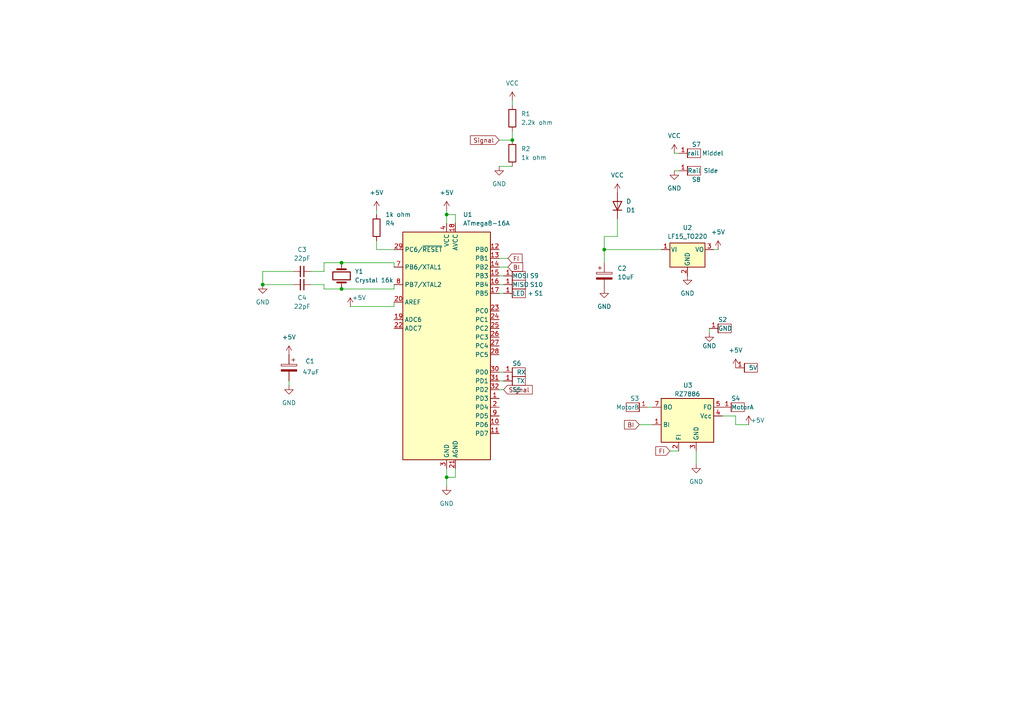
<source format=kicad_sch>
(kicad_sch (version 20230121) (generator eeschema)
  (paper "A4")
  (lib_symbols
    (symbol "Device:C_Polarized" (pin_numbers hide) (pin_names (offset 0.254))
      (property "Reference" "C" (at 0.635 2.54 0))
      (property "Value" "C_Polarized" (at 0.635 -2.54 0))
      (symbol "C_Polarized_0_1"
        (rectangle (start -2.286 0.508) (end 2.286 1.016))
        (polyline (pts (xy -1.778 2.286) (xy -0.762 2.286)))
        (polyline (pts (xy -1.27 2.794) (xy -1.27 1.778)))
        (rectangle (start 2.286 -0.508) (end -2.286 -1.016) (fill (type outline)))
      )
      (symbol "C_Polarized_1_1"
        (pin passive line (at 0 3.81 270) (length 2.794) (name "~") (number "1"))
        (pin passive line (at 0 -3.81 90) (length 2.794) (name "~") (number "2"))
      )
    )
    (symbol "Device:C_Small" (pin_numbers hide) (pin_names (offset 0.254) hide)
      (property "Reference" "C" (at 0.254 1.778 0))
      (property "Value" "C_Small" (at 0.254 -2.032 0))
      (symbol "C_Small_0_1"
        (polyline (pts (xy -1.524 -0.508) (xy 1.524 -0.508)) (stroke (width 0.3302)))
        (polyline (pts (xy -1.524 0.508) (xy 1.524 0.508)) (stroke (width 0.3048)))
      )
      (symbol "C_Small_1_1"
        (pin passive line (at 0 2.54 270) (length 2.032) (name "~") (number "1"))
        (pin passive line (at 0 -2.54 90) (length 2.032) (name "~") (number "2"))
      )
    )
    (symbol "Device:Crystal" (pin_numbers hide) (pin_names (offset 1.016) hide)
      (property "Reference" "Y" (at 0 3.81 0))
      (property "Value" "Crystal" (at 0 -3.81 0))
      (symbol "Crystal_0_1"
        (rectangle (start -1.143 2.54) (end 1.143 -2.54) (stroke (width 0.3048)))
        (polyline (pts (xy -2.54 0) (xy -1.905 0)))
        (polyline (pts (xy -1.905 -1.27) (xy -1.905 1.27)) (stroke (width 0.508)))
        (polyline (pts (xy 1.905 -1.27) (xy 1.905 1.27)) (stroke (width 0.508)))
        (polyline (pts (xy 2.54 0) (xy 1.905 0)))
      )
      (symbol "Crystal_1_1"
        (pin passive line (at -3.81 0 0) (length 1.27) (name "1") (number "1"))
        (pin passive line (at 3.81 0 180) (length 1.27) (name "2") (number "2"))
      )
    )
    (symbol "Device:D" (pin_numbers hide) (pin_names (offset 1.016) hide)
      (property "Reference" "D" (at 0 2.54 0))
      (property "Value" "D" (at 0 -2.54 0))
      (symbol "D_0_1"
        (polyline (pts (xy -1.27 1.27) (xy -1.27 -1.27)) (stroke (width 0.254)))
        (polyline (pts (xy 1.27 0) (xy -1.27 0)))
        (polyline (pts (xy 1.27 1.27) (xy 1.27 -1.27) (xy -1.27 0) (xy 1.27 1.27)) (stroke (width 0.254)))
      )
      (symbol "D_1_1"
        (pin passive line (at -3.81 0 0) (length 2.54) (name "K") (number "1"))
        (pin passive line (at 3.81 0 180) (length 2.54) (name "A") (number "2"))
      )
    )
    (symbol "Device:R" (pin_numbers hide) (pin_names (offset 0))
      (property "Reference" "R" (at 2.032 0 90))
      (property "Value" "R" (at 0 0 90))
      (symbol "R_0_1"
        (rectangle (start -1.016 -2.54) (end 1.016 2.54) (stroke (width 0.254)))
      )
      (symbol "R_1_1"
        (pin passive line (at 0 3.81 270) (length 1.27) (name "~") (number "1"))
        (pin passive line (at 0 -3.81 90) (length 1.27) (name "~") (number "2"))
      )
    )
    (symbol "Device:Solder_Pad" (pin_names (offset 1.016) hide)
      (property "Reference" "S" (at 0 5.715 0))
      (property "Value" "Solder_Pad" (at 0 3.81 0))
      (symbol "Solder_Pad_0_1"
        (rectangle (start -1.27 1.27) (end 2.54 -1.27))
        (polyline (pts (xy -1.27 -1.27) (xy -1.27 1.27)) (stroke (width 0.254)))
      )
      (symbol "Solder_Pad_1_1"
        (pin bidirectional line (at -3.81 0 0) (length 2.54) (name "K") (number "1"))
      )
    )
    (symbol "Driver_Motor:RZ7886"
      (property "Reference" "U3" (at 0 -11.43 0))
      (property "Value" "RZ7886" (at 2.54 -8.89 0))
      (symbol "RZ7886_0_0"
        (pin input line (at 10.16 2.54 180) (length 2.54) (name "BI") (number "1"))
        (pin input line (at 2.54 10.16 270) (length 2.54) (name "FI") (number "2"))
        (pin power_in line (at -2.54 10.16 270) (length 2.54) (name "GND") (number "3"))
        (pin power_in line (at -10.16 0 0) (length 2.54) (name "Vcc") (number "4"))
        (pin output line (at -10.16 -2.54 0) (length 2.54) (name "FO") (number "5"))
        (pin output line (at 10.16 -2.54 180) (length 2.54) (name "BO") (number "7"))
      )
      (symbol "RZ7886_0_1"
        (rectangle (start -7.62 7.62) (end 7.62 -5.08) (stroke (width 0.254)) (fill (type background)))
      )
    )
    (symbol "MCU_Microchip_ATmega:ATmega8-16A"
      (property "Reference" "U" (at -12.7 34.29 0))
      (property "Value" "ATmega8-16A" (at 5.08 -34.29 0))
      (symbol "ATmega8-16A_0_1"
        (rectangle (start -12.7 -33.02) (end 12.7 33.02) (stroke (width 0.254)) (fill (type background)))
      )
      (symbol "ATmega8-16A_1_1"
        (pin bidirectional line (at 15.24 -15.24 180) (length 2.54) (name "PD3") (number "1"))
        (pin bidirectional line (at 15.24 -22.86 180) (length 2.54) (name "PD6") (number "10"))
        (pin bidirectional line (at 15.24 -25.4 180) (length 2.54) (name "PD7") (number "11"))
        (pin bidirectional line (at 15.24 27.94 180) (length 2.54) (name "PB0") (number "12"))
        (pin bidirectional line (at 15.24 25.4 180) (length 2.54) (name "PB1") (number "13"))
        (pin bidirectional line (at 15.24 22.86 180) (length 2.54) (name "PB2") (number "14"))
        (pin bidirectional line (at 15.24 20.32 180) (length 2.54) (name "PB3") (number "15"))
        (pin bidirectional line (at 15.24 17.78 180) (length 2.54) (name "PB4") (number "16"))
        (pin bidirectional line (at 15.24 15.24 180) (length 2.54) (name "PB5") (number "17"))
        (pin power_in line (at 2.54 35.56 270) (length 2.54) (name "AVCC") (number "18"))
        (pin input line (at -15.24 7.62 0) (length 2.54) (name "ADC6") (number "19"))
        (pin bidirectional line (at 15.24 -17.78 180) (length 2.54) (name "PD4") (number "2"))
        (pin passive line (at -15.24 12.7 0) (length 2.54) (name "AREF") (number "20"))
        (pin power_in line (at 2.54 -35.56 90) (length 2.54) (name "AGND") (number "21"))
        (pin input line (at -15.24 5.08 0) (length 2.54) (name "ADC7") (number "22"))
        (pin bidirectional line (at 15.24 10.16 180) (length 2.54) (name "PC0") (number "23"))
        (pin bidirectional line (at 15.24 7.62 180) (length 2.54) (name "PC1") (number "24"))
        (pin bidirectional line (at 15.24 5.08 180) (length 2.54) (name "PC2") (number "25"))
        (pin bidirectional line (at 15.24 2.54 180) (length 2.54) (name "PC3") (number "26"))
        (pin bidirectional line (at 15.24 0 180) (length 2.54) (name "PC4") (number "27"))
        (pin bidirectional line (at 15.24 -2.54 180) (length 2.54) (name "PC5") (number "28"))
        (pin bidirectional line (at -15.24 27.94 0) (length 2.54) (name "PC6/~{RESET}") (number "29"))
        (pin power_in line (at 0 -35.56 90) (length 2.54) (name "GND") (number "3"))
        (pin bidirectional line (at 15.24 -7.62 180) (length 2.54) (name "PD0") (number "30"))
        (pin bidirectional line (at 15.24 -10.16 180) (length 2.54) (name "PD1") (number "31"))
        (pin bidirectional line (at 15.24 -12.7 180) (length 2.54) (name "PD2") (number "32"))
        (pin power_in line (at 0 35.56 270) (length 2.54) (name "VCC") (number "4"))
        (pin passive line (at 0 -35.56 90) (length 2.54) hide (name "GND") (number "5"))
        (pin passive line (at 0 35.56 270) (length 2.54) hide (name "VCC") (number "6"))
        (pin bidirectional line (at -15.24 22.86 0) (length 2.54) (name "PB6/XTAL1") (number "7"))
        (pin bidirectional line (at -15.24 17.78 0) (length 2.54) (name "PB7/XTAL2") (number "8"))
        (pin bidirectional line (at 15.24 -20.32 180) (length 2.54) (name "PD5") (number "9"))
      )
    )
    (symbol "Regulator_Linear:LF15_TO220" (pin_names (offset 0.254))
      (property "Reference" "U" (at -3.81 3.175 0))
      (property "Value" "LF15_TO220" (at 0 3.175 0))
      (symbol "LF15_TO220_0_1"
        (rectangle (start -5.08 1.905) (end 5.08 -5.08) (stroke (width 0.254)) (fill (type background)))
      )
      (symbol "LF15_TO220_1_1"
        (pin power_in line (at -7.62 0 0) (length 2.54) (name "VI") (number "1"))
        (pin power_in line (at 0 -7.62 90) (length 2.54) (name "GND") (number "2"))
        (pin power_out line (at 7.62 0 180) (length 2.54) (name "VO") (number "3"))
      )
    )
    (symbol "power:+5V" (power) (pin_names (offset 0))
      (property "Value" "+5V" (at 0 3.556 0))
      (symbol "+5V_0_1"
        (polyline (pts (xy -0.762 1.27) (xy 0 2.54)))
        (polyline (pts (xy 0 0) (xy 0 2.54)))
        (polyline (pts (xy 0 2.54) (xy 0.762 1.27)))
      )
      (symbol "+5V_1_1"
        (pin power_in line (at 0 0 90) (length 0) hide (name "+5V") (number "1"))
      )
    )
    (symbol "power:GND" (power) (pin_names (offset 0))
      (property "Value" "GND" (at 0 -3.81 0))
      (symbol "GND_0_1"
        (polyline (pts (xy 0 0) (xy 0 -1.27) (xy 1.27 -1.27) (xy 0 -2.54) (xy -1.27 -1.27) (xy 0 -1.27)))
      )
      (symbol "GND_1_1"
        (pin power_in line (at 0 0 270) (length 0) hide (name "GND") (number "1"))
      )
    )
    (symbol "power:VCC" (power) (pin_names (offset 0))
      (property "Value" "VCC" (at 0 3.81 0))
      (symbol "VCC_0_1"
        (polyline (pts (xy -0.762 1.27) (xy 0 2.54)))
        (polyline (pts (xy 0 0) (xy 0 2.54)))
        (polyline (pts (xy 0 2.54) (xy 0.762 1.27)))
      )
      (symbol "VCC_1_1"
        (pin power_in line (at 0 0 90) (length 0) hide (name "VCC") (number "1"))
      )
    )
  )
  (junction (at 129.54 138.43))
  (junction (at 99.06 83.82))
  (junction (at 99.06 76.2))
  (junction (at 148.59 40.64))
  (junction (at 76.2 82.55))
  (junction (at 175.26 72.39))
  (junction (at 129.54 62.23))
  (wire (pts (xy 93.98 83.82) (xy 99.06 83.82)))
  (wire (pts (xy 195.58 49.53) (xy 196.85 49.53)))
  (wire (pts (xy 213.36 120.65) (xy 209.55 120.65)))
  (wire (pts (xy 90.17 78.74) (xy 93.98 78.74)))
  (wire (pts (xy 175.26 76.2) (xy 175.26 72.39)))
  (wire (pts (xy 195.58 44.45) (xy 196.85 44.45)))
  (wire (pts (xy 147.32 74.93) (xy 144.78 74.93)))
  (wire (pts (xy 93.98 78.74) (xy 93.98 76.2)))
  (wire (pts (xy 90.17 82.55) (xy 93.98 82.55)))
  (wire (pts (xy 114.3 87.63) (xy 114.3 88.9)))
  (wire (pts (xy 179.07 68.58) (xy 175.26 68.58)))
  (wire (pts (xy 148.59 29.21) (xy 148.59 30.48)))
  (wire (pts (xy 148.59 38.1) (xy 148.59 40.64)))
  (wire (pts (xy 93.98 76.2) (xy 99.06 76.2)))
  (wire (pts (xy 144.78 80.01) (xy 146.05 80.01)))
  (wire (pts (xy 129.54 138.43) (xy 129.54 135.89)))
  (wire (pts (xy 99.06 83.82) (xy 114.3 83.82)))
  (wire (pts (xy 207.01 72.39) (xy 208.28 72.39)))
  (wire (pts (xy 114.3 83.82) (xy 114.3 82.55)))
  (wire (pts (xy 85.09 78.74) (xy 76.2 78.74)))
  (wire (pts (xy 144.78 113.03) (xy 146.05 113.03)))
  (wire (pts (xy 144.78 110.49) (xy 146.05 110.49)))
  (wire (pts (xy 93.98 82.55) (xy 93.98 83.82)))
  (wire (pts (xy 129.54 60.96) (xy 129.54 62.23)))
  (wire (pts (xy 129.54 140.97) (xy 129.54 138.43)))
  (wire (pts (xy 114.3 88.9) (xy 101.6 88.9)))
  (wire (pts (xy 175.26 72.39) (xy 191.77 72.39)))
  (wire (pts (xy 144.78 82.55) (xy 146.05 82.55)))
  (wire (pts (xy 76.2 78.74) (xy 76.2 82.55)))
  (wire (pts (xy 148.59 48.26) (xy 144.78 48.26)))
  (wire (pts (xy 205.74 96.52) (xy 205.74 95.25)))
  (wire (pts (xy 132.08 138.43) (xy 129.54 138.43)))
  (wire (pts (xy 175.26 72.39) (xy 175.26 68.58)))
  (wire (pts (xy 132.08 64.77) (xy 132.08 62.23)))
  (wire (pts (xy 109.22 69.85) (xy 109.22 72.39)))
  (wire (pts (xy 109.22 72.39) (xy 114.3 72.39)))
  (wire (pts (xy 144.78 85.09) (xy 146.05 85.09)))
  (wire (pts (xy 83.82 111.76) (xy 83.82 110.49)))
  (wire (pts (xy 213.36 123.19) (xy 213.36 120.65)))
  (wire (pts (xy 114.3 76.2) (xy 114.3 77.47)))
  (wire (pts (xy 201.93 134.62) (xy 201.93 130.81)))
  (wire (pts (xy 144.78 107.95) (xy 146.05 107.95)))
  (wire (pts (xy 129.54 62.23) (xy 129.54 64.77)))
  (wire (pts (xy 132.08 135.89) (xy 132.08 138.43)))
  (wire (pts (xy 144.78 40.64) (xy 148.59 40.64)))
  (wire (pts (xy 185.42 123.19) (xy 189.23 123.19)))
  (wire (pts (xy 76.2 82.55) (xy 85.09 82.55)))
  (wire (pts (xy 179.07 63.5) (xy 179.07 68.58)))
  (wire (pts (xy 99.06 76.2) (xy 114.3 76.2)))
  (wire (pts (xy 189.23 118.11) (xy 187.96 118.11)))
  (wire (pts (xy 194.31 130.81) (xy 196.85 130.81)))
  (wire (pts (xy 147.32 77.47) (xy 144.78 77.47)))
  (wire (pts (xy 213.36 123.19) (xy 217.17 123.19)))
  (wire (pts (xy 132.08 62.23) (xy 129.54 62.23)))
  (wire (pts (xy 109.22 60.96) (xy 109.22 62.23)))
  (global_label "BI" (shape input) (at 147.32 77.47 0) (property "Intersheetrefs" "${INTERSHEET_REFS}" (effects hide)))
  (global_label "BI" (shape input) (at 185.42 123.19 180) (property "Intersheetrefs" "${INTERSHEET_REFS}" (effects hide)))
  (global_label "FI" (shape input) (at 147.32 74.93 0) (property "Intersheetrefs" "${INTERSHEET_REFS}" (effects hide)))
  (global_label "Signal" (shape input) (at 144.78 40.64 180) (property "Intersheetrefs" "${INTERSHEET_REFS}" (effects hide)))
  (global_label "Signal" (shape input) (at 146.05 113.03 0) (property "Intersheetrefs" "${INTERSHEET_REFS}" (effects hide)))
  (global_label "FI" (shape input) (at 194.31 130.81 180) (property "Intersheetrefs" "${INTERSHEET_REFS}" (effects hide)))
  (symbol (lib_id "Device:Solder_Pad") (at 149.86 107.95 0) (unit 1)
    (property "Reference" "S6" (at 148.59 105.41 0) (effects (justify left)))
    (property "Value" "RX" (at 149.86 107.95 0) (effects (justify left)))
    (property "Footprint" "Connector_PinHeader_2.54mm:PinHeader_1x01_P2.54mm_Vertical" (effects hide))
  )
  (symbol (lib_id "power:+5V") (at 83.82 102.87 0) (unit 1)
    (property "Reference" "#PWR012" (effects hide))
    (property "Value" "+5V" (at 83.82 97.79 0))
  )
  (symbol (lib_id "Device:Solder_Pad") (at 200.66 44.45 0) (unit 1)
    (property "Reference" "S7" (at 200.66 41.91 0) (effects (justify left)))
    (property "Value" "rail Middel" (at 199.39 44.45 0) (effects (justify left)))
    (property "Footprint" "Connector_PinHeader_2.54mm:PinHeader_1x01_P2.54mm_Vertical" (effects hide))
  )
  (symbol (lib_id "power:GND") (at 83.82 111.76 0) (unit 1)
    (property "Reference" "#PWR013" (effects hide))
    (property "Value" "GND" (at 83.82 116.84 0))
  )
  (symbol (lib_id "Device:Solder_Pad") (at 213.36 118.11 0) (unit 1)
    (property "Reference" "S4" (at 212.09 115.57 0) (effects (justify left)))
    (property "Value" "MotorA" (at 212.09 118.11 0) (effects (justify left)))
    (property "Footprint" "Connector_PinHeader_2.54mm:PinHeader_1x01_P2.54mm_Vertical" (effects hide))
  )
  (symbol (lib_id "power:+5V") (at 101.6 88.9 0) (unit 1)
    (property "Reference" "#PWR011" (effects hide))
    (property "Value" "+5V" (at 104.14 86.36 0))
  )
  (symbol (lib_id "power:VCC") (at 148.59 29.21 0) (unit 1)
    (property "Reference" "#PWR018" (effects hide))
    (property "Value" "VCC" (at 148.59 24.13 0))
  )
  (symbol (lib_id "Regulator_Linear:LF15_TO220") (at 199.39 72.39 0) (unit 1)
    (property "Reference" "U2" (at 199.39 66.04 0))
    (property "Value" "LF15_TO220" (at 199.39 68.58 0))
    (property "Footprint" "Package_TO_SOT_THT:TO-220-3_Vertical" (effects hide))
    (property "Datasheet" "http://www.st.com/content/ccc/resource/technical/document/datasheet/c4/0e/7e/2a/be/bc/4c/bd/CD00000546.pdf/files/CD00000546.pdf/jcr:content/translations/en.CD00000546.pdf" (effects hide))
  )
  (symbol (lib_id "Device:Solder_Pad") (at 184.15 118.11 180) (unit 1)
    (property "Reference" "S3" (at 185.42 115.57 0) (effects (justify left)))
    (property "Value" "MotorB" (at 185.42 118.11 0) (effects (justify left)))
    (property "Footprint" "Connector_PinHeader_2.54mm:PinHeader_1x01_P2.54mm_Vertical" (effects hide))
  )
  (symbol (lib_id "Device:Solder_Pad") (at 217.17 106.68 0) (unit 1)
    (property "Reference" "S11" (effects hide))
    (property "Value" "5V" (at 217.17 106.68 0) (effects (justify left)))
    (property "Footprint" "Connector_PinHeader_2.54mm:PinHeader_1x01_P2.54mm_Vertical" (effects hide))
  )
  (symbol (lib_id "power:GND") (at 175.26 83.82 0) (unit 1)
    (property "Reference" "#PWR021" (effects hide))
    (property "Value" "GND" (at 175.26 88.9 0))
  )
  (symbol (lib_id "Device:Solder_Pad") (at 149.86 85.09 0) (unit 1)
    (property "Reference" "S1" (at 154.94 85.09 0) (effects (justify left)))
    (property "Value" "LED +" (at 148.59 85.09 0) (effects (justify left)))
    (property "Footprint" "Connector_PinHeader_2.54mm:PinHeader_1x01_P2.54mm_Vertical" (effects hide))
  )
  (symbol (lib_id "power:+5V") (at 213.36 106.68 0) (unit 1)
    (property "Reference" "#PWR020" (effects hide))
    (property "Value" "+5V" (at 213.36 101.6 0))
  )
  (symbol (lib_id "Device:C_Small") (at 87.63 82.55 270) (unit 1)
    (property "Reference" "C4" (at 87.63 86.36 90))
    (property "Value" "22pF" (at 87.63 88.9 90))
    (property "Footprint" "Capacitor_THT:CP_Radial_D5.0mm_P2.50mm" (effects hide))
  )
  (symbol (lib_id "power:+5V") (at 109.22 60.96 0) (unit 1)
    (property "Reference" "#PWR08" (effects hide))
    (property "Value" "+5V" (at 109.22 55.88 0))
  )
  (symbol (lib_id "power:GND") (at 201.93 134.62 0) (unit 1)
    (property "Reference" "#PWR03" (effects hide))
    (property "Value" "GND" (at 201.93 139.7 0))
  )
  (symbol (lib_id "power:VCC") (at 195.58 44.45 0) (unit 1)
    (property "Reference" "#PWR017" (effects hide))
    (property "Value" "VCC" (at 195.58 39.37 0))
  )
  (symbol (lib_id "power:GND") (at 199.39 80.01 0) (unit 1)
    (property "Reference" "#PWR015" (effects hide))
    (property "Value" "GND" (at 199.39 85.09 0))
  )
  (symbol (lib_id "power:+5V") (at 208.28 72.39 0) (unit 1)
    (property "Reference" "#PWR014" (effects hide))
    (property "Value" "+5V" (at 208.28 67.31 0))
  )
  (symbol (lib_id "power:GND") (at 129.54 140.97 0) (unit 1)
    (property "Reference" "#PWR02" (effects hide))
    (property "Value" "GND" (at 129.54 146.05 0))
  )
  (symbol (lib_id "Device:R") (at 148.59 34.29 0) (unit 1)
    (property "Reference" "R1" (at 151.13 33.02 0) (effects (justify left)))
    (property "Value" "2.2k ohm" (at 151.13 35.56 0) (effects (justify left)))
    (property "Footprint" "Resistor_SMD:R_1206_3216Metric" (effects hide))
  )
  (symbol (lib_id "Device:Solder_Pad") (at 149.86 82.55 0) (unit 1)
    (property "Reference" "S10" (at 153.67 82.55 0) (effects (justify left)))
    (property "Value" "MISO" (at 148.59 82.55 0) (effects (justify left)))
    (property "Footprint" "Connector_PinHeader_2.54mm:PinHeader_1x01_P2.54mm_Vertical" (effects hide))
  )
  (symbol (lib_id "Device:Crystal") (at 99.06 80.01 270) (unit 1)
    (property "Reference" "Y1" (at 102.87 78.74 90) (effects (justify left)))
    (property "Value" "Crystal 16k" (at 102.87 81.28 90) (effects (justify left)))
    (property "Footprint" "Crystal:Crystal_HC49-4H_Vertical" (effects hide))
  )
  (symbol (lib_id "Device:C_Polarized") (at 175.26 80.01 0) (unit 1)
    (property "Reference" "C2" (at 179.07 77.851 0) (effects (justify left)))
    (property "Value" "10uF" (at 179.07 80.391 0) (effects (justify left)))
    (property "Footprint" "Capacitor_THT:CP_Radial_D5.0mm_P2.50mm" (effects hide))
  )
  (symbol (lib_id "Device:Solder_Pad") (at 209.55 95.25 0) (unit 1)
    (property "Reference" "S2" (at 208.28 92.71 0) (effects (justify left)))
    (property "Value" "GND" (at 208.28 95.25 0) (effects (justify left)))
    (property "Footprint" "Connector_PinHeader_2.54mm:PinHeader_1x01_P2.54mm_Vertical" (effects hide))
  )
  (symbol (lib_id "MCU_Microchip_ATmega:ATmega8-16A") (at 129.54 100.33 0) (unit 1)
    (property "Reference" "U1" (at 134.2741 62.23 0) (effects (justify left)))
    (property "Value" "ATmega8-16A" (at 134.2741 64.77 0) (effects (justify left)))
    (property "Footprint" "Package_QFP:TQFP-32_7x7mm_P0.8mm" (effects hide))
    (property "Datasheet" "http://ww1.microchip.com/downloads/en/DeviceDoc/atmel-2486-8-bit-avr-microcontroller-atmega8_l_datasheet.pdf" (effects hide))
  )
  (symbol (lib_id "Device:Solder_Pad") (at 149.86 80.01 0) (unit 1)
    (property "Reference" "S9" (at 153.67 80.01 0) (effects (justify left)))
    (property "Value" "MOSI" (at 148.59 80.01 0) (effects (justify left)))
    (property "Footprint" "Connector_PinHeader_2.54mm:PinHeader_1x01_P2.54mm_Vertical" (effects hide))
  )
  (symbol (lib_id "Device:C_Small") (at 87.63 78.74 270) (unit 1)
    (property "Reference" "C3" (at 87.6236 72.39 90))
    (property "Value" "22pF" (at 87.6236 74.93 90))
    (property "Footprint" "Capacitor_THT:CP_Radial_D5.0mm_P2.50mm" (effects hide))
  )
  (symbol (lib_id "power:GND") (at 144.78 48.26 0) (unit 1)
    (property "Reference" "#PWR04" (effects hide))
    (property "Value" "GND" (at 144.78 53.34 0))
  )
  (symbol (lib_id "Driver_Motor:RZ7886") (at 199.39 120.65 180) (unit 1)
    (property "Reference" "U3" (at 198.12 111.76 0) (effects (justify right)))
    (property "Value" "RZ7886" (at 195.58 114.3 0) (effects (justify right)))
    (property "Footprint" "Package_DIP:DIP-8_W7.62mm_Socket" (effects hide))
    (property "Datasheet" "https://www.diodes.com/assets/Datasheets/ZXBM5210.pdf" (effects hide))
  )
  (symbol (lib_id "power:+5V") (at 129.54 60.96 0) (unit 1)
    (property "Reference" "#PWR07" (effects hide))
    (property "Value" "+5V" (at 129.54 55.88 0))
  )
  (symbol (lib_id "Device:C_Polarized") (at 83.82 106.68 0) (mirror y) (unit 1)
    (property "Reference" "C1" (at 89.916 104.775 0))
    (property "Value" "47uF" (at 90.17 107.95 0))
    (property "Footprint" "Capacitor_THT:CP_Radial_D5.0mm_P2.50mm" (effects hide))
  )
  (symbol (lib_id "Device:R") (at 109.22 66.04 0) (unit 1)
    (property "Reference" "R4" (at 111.76 64.77 0) (effects (justify left)))
    (property "Value" "1k ohm" (at 111.76 62.23 0) (effects (justify left)))
    (property "Footprint" "Resistor_SMD:R_1206_3216Metric" (effects hide))
  )
  (symbol (lib_id "Device:Solder_Pad") (at 200.66 49.53 0) (unit 1)
    (property "Reference" "S8" (at 200.66 52.07 0) (effects (justify left)))
    (property "Value" "Rail Side" (at 199.39 49.53 0) (effects (justify left)))
    (property "Footprint" "Connector_PinHeader_2.54mm:PinHeader_1x01_P2.54mm_Vertical" (effects hide))
  )
  (symbol (lib_id "Device:Solder_Pad") (at 149.86 110.49 0) (unit 1)
    (property "Reference" "S5" (at 148.59 113.03 0) (effects (justify left)))
    (property "Value" "TX" (at 149.86 110.49 0) (effects (justify left)))
    (property "Footprint" "Connector_PinHeader_2.54mm:PinHeader_1x01_P2.54mm_Vertical" (effects hide))
  )
  (symbol (lib_id "power:GND") (at 205.74 96.52 0) (unit 1)
    (property "Reference" "#PWR010" (effects hide))
    (property "Value" "GND" (at 205.74 100.33 0))
  )
  (symbol (lib_id "Device:R") (at 148.59 44.45 0) (unit 1)
    (property "Reference" "R2" (at 151.13 43.18 0) (effects (justify left)))
    (property "Value" "1k ohm" (at 151.13 45.72 0) (effects (justify left)))
    (property "Footprint" "Resistor_SMD:R_1206_3216Metric" (effects hide))
  )
  (symbol (lib_id "power:VCC") (at 179.07 55.88 0) (unit 1)
    (property "Reference" "#PWR019" (effects hide))
    (property "Value" "VCC" (at 179.07 50.8 0))
  )
  (symbol (lib_id "Device:D") (at 179.07 59.69 270) (mirror x) (unit 1)
    (property "Reference" "D1" (at 181.61 60.96 90) (effects (justify left)))
    (property "Value" "D" (at 181.61 58.42 90) (effects (justify left)))
    (property "Footprint" "Diode_SMD:D_2010_5025Metric_Pad1.52x2.65mm_HandSolder" (effects hide))
    (property "Sim.Device" "D" (effects hide))
    (property "Sim.Pins" "1=K 2=A" (effects hide))
  )
  (symbol (lib_id "power:GND") (at 195.58 49.53 0) (unit 1)
    (property "Reference" "#PWR016" (effects hide))
    (property "Value" "GND" (at 195.58 54.61 0))
  )
  (symbol (lib_id "power:+5V") (at 217.17 123.19 0) (unit 1)
    (property "Reference" "#PWR06" (effects hide))
    (property "Value" "+5V" (at 219.71 121.92 0))
  )
  (symbol (lib_id "power:GND") (at 76.2 82.55 0) (unit 1)
    (property "Reference" "#PWR09" (effects hide))
    (property "Value" "GND" (at 76.2 87.63 0))
  )
)
</source>
